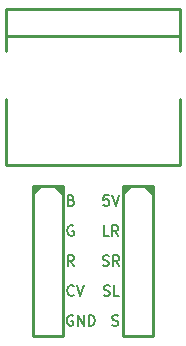
<source format=gto>
%TF.GenerationSoftware,KiCad,Pcbnew,7.0.9*%
%TF.CreationDate,2024-04-07T08:45:40-04:00*%
%TF.ProjectId,MD-90SM-breakout,4d442d39-3053-44d2-9d62-7265616b6f75,0.1*%
%TF.SameCoordinates,PX85b991cPY53920b0*%
%TF.FileFunction,Legend,Top*%
%TF.FilePolarity,Positive*%
%FSLAX45Y45*%
G04 Gerber Fmt 4.5, Leading zero omitted, Abs format (unit mm)*
G04 Created by KiCad (PCBNEW 7.0.9) date 2024-04-07 08:45:40*
%MOMM*%
%LPD*%
G01*
G04 APERTURE LIST*
%ADD10C,0.203200*%
%ADD11C,0.254000*%
G04 APERTURE END LIST*
D10*
X1087967Y-1631380D02*
X1045633Y-1631380D01*
X1045633Y-1631380D02*
X1045633Y-1542480D01*
X1168400Y-1631380D02*
X1138767Y-1589047D01*
X1117600Y-1631380D02*
X1117600Y-1542480D01*
X1117600Y-1542480D02*
X1151467Y-1542480D01*
X1151467Y-1542480D02*
X1159933Y-1546713D01*
X1159933Y-1546713D02*
X1164167Y-1550947D01*
X1164167Y-1550947D02*
X1168400Y-1559413D01*
X1168400Y-1559413D02*
X1168400Y-1572113D01*
X1168400Y-1572113D02*
X1164167Y-1580580D01*
X1164167Y-1580580D02*
X1159933Y-1584813D01*
X1159933Y-1584813D02*
X1151467Y-1589047D01*
X1151467Y-1589047D02*
X1117600Y-1589047D01*
X1035050Y-1881147D02*
X1047750Y-1885380D01*
X1047750Y-1885380D02*
X1068917Y-1885380D01*
X1068917Y-1885380D02*
X1077383Y-1881147D01*
X1077383Y-1881147D02*
X1081617Y-1876913D01*
X1081617Y-1876913D02*
X1085850Y-1868447D01*
X1085850Y-1868447D02*
X1085850Y-1859980D01*
X1085850Y-1859980D02*
X1081617Y-1851513D01*
X1081617Y-1851513D02*
X1077383Y-1847280D01*
X1077383Y-1847280D02*
X1068917Y-1843047D01*
X1068917Y-1843047D02*
X1051983Y-1838813D01*
X1051983Y-1838813D02*
X1043517Y-1834580D01*
X1043517Y-1834580D02*
X1039283Y-1830347D01*
X1039283Y-1830347D02*
X1035050Y-1821880D01*
X1035050Y-1821880D02*
X1035050Y-1813413D01*
X1035050Y-1813413D02*
X1039283Y-1804947D01*
X1039283Y-1804947D02*
X1043517Y-1800713D01*
X1043517Y-1800713D02*
X1051983Y-1796480D01*
X1051983Y-1796480D02*
X1073150Y-1796480D01*
X1073150Y-1796480D02*
X1085850Y-1800713D01*
X1174750Y-1885380D02*
X1145117Y-1843047D01*
X1123950Y-1885380D02*
X1123950Y-1796480D01*
X1123950Y-1796480D02*
X1157817Y-1796480D01*
X1157817Y-1796480D02*
X1166283Y-1800713D01*
X1166283Y-1800713D02*
X1170517Y-1804947D01*
X1170517Y-1804947D02*
X1174750Y-1813413D01*
X1174750Y-1813413D02*
X1174750Y-1826113D01*
X1174750Y-1826113D02*
X1170517Y-1834580D01*
X1170517Y-1834580D02*
X1166283Y-1838813D01*
X1166283Y-1838813D02*
X1157817Y-1843047D01*
X1157817Y-1843047D02*
X1123950Y-1843047D01*
X1043517Y-2135147D02*
X1056217Y-2139380D01*
X1056217Y-2139380D02*
X1077383Y-2139380D01*
X1077383Y-2139380D02*
X1085850Y-2135147D01*
X1085850Y-2135147D02*
X1090083Y-2130914D01*
X1090083Y-2130914D02*
X1094317Y-2122447D01*
X1094317Y-2122447D02*
X1094317Y-2113980D01*
X1094317Y-2113980D02*
X1090083Y-2105514D01*
X1090083Y-2105514D02*
X1085850Y-2101280D01*
X1085850Y-2101280D02*
X1077383Y-2097047D01*
X1077383Y-2097047D02*
X1060450Y-2092813D01*
X1060450Y-2092813D02*
X1051983Y-2088580D01*
X1051983Y-2088580D02*
X1047750Y-2084347D01*
X1047750Y-2084347D02*
X1043517Y-2075880D01*
X1043517Y-2075880D02*
X1043517Y-2067413D01*
X1043517Y-2067413D02*
X1047750Y-2058947D01*
X1047750Y-2058947D02*
X1051983Y-2054713D01*
X1051983Y-2054713D02*
X1060450Y-2050480D01*
X1060450Y-2050480D02*
X1081617Y-2050480D01*
X1081617Y-2050480D02*
X1094317Y-2054713D01*
X1174750Y-2139380D02*
X1132417Y-2139380D01*
X1132417Y-2139380D02*
X1132417Y-2050480D01*
X1117600Y-2389147D02*
X1130300Y-2393380D01*
X1130300Y-2393380D02*
X1151467Y-2393380D01*
X1151467Y-2393380D02*
X1159933Y-2389147D01*
X1159933Y-2389147D02*
X1164167Y-2384914D01*
X1164167Y-2384914D02*
X1168400Y-2376447D01*
X1168400Y-2376447D02*
X1168400Y-2367980D01*
X1168400Y-2367980D02*
X1164167Y-2359514D01*
X1164167Y-2359514D02*
X1159933Y-2355280D01*
X1159933Y-2355280D02*
X1151467Y-2351047D01*
X1151467Y-2351047D02*
X1134533Y-2346814D01*
X1134533Y-2346814D02*
X1126067Y-2342580D01*
X1126067Y-2342580D02*
X1121833Y-2338347D01*
X1121833Y-2338347D02*
X1117600Y-2329880D01*
X1117600Y-2329880D02*
X1117600Y-2321414D01*
X1117600Y-2321414D02*
X1121833Y-2312947D01*
X1121833Y-2312947D02*
X1126067Y-2308714D01*
X1126067Y-2308714D02*
X1134533Y-2304480D01*
X1134533Y-2304480D02*
X1155700Y-2304480D01*
X1155700Y-2304480D02*
X1168400Y-2308714D01*
X789517Y-2130914D02*
X785283Y-2135147D01*
X785283Y-2135147D02*
X772583Y-2139380D01*
X772583Y-2139380D02*
X764117Y-2139380D01*
X764117Y-2139380D02*
X751417Y-2135147D01*
X751417Y-2135147D02*
X742950Y-2126680D01*
X742950Y-2126680D02*
X738717Y-2118214D01*
X738717Y-2118214D02*
X734483Y-2101280D01*
X734483Y-2101280D02*
X734483Y-2088580D01*
X734483Y-2088580D02*
X738717Y-2071647D01*
X738717Y-2071647D02*
X742950Y-2063180D01*
X742950Y-2063180D02*
X751417Y-2054713D01*
X751417Y-2054713D02*
X764117Y-2050480D01*
X764117Y-2050480D02*
X772583Y-2050480D01*
X772583Y-2050480D02*
X785283Y-2054713D01*
X785283Y-2054713D02*
X789517Y-2058947D01*
X814917Y-2050480D02*
X844550Y-2139380D01*
X844550Y-2139380D02*
X874183Y-2050480D01*
X789517Y-1885380D02*
X759883Y-1843047D01*
X738717Y-1885380D02*
X738717Y-1796480D01*
X738717Y-1796480D02*
X772583Y-1796480D01*
X772583Y-1796480D02*
X781050Y-1800713D01*
X781050Y-1800713D02*
X785283Y-1804947D01*
X785283Y-1804947D02*
X789517Y-1813413D01*
X789517Y-1813413D02*
X789517Y-1826113D01*
X789517Y-1826113D02*
X785283Y-1834580D01*
X785283Y-1834580D02*
X781050Y-1838813D01*
X781050Y-1838813D02*
X772583Y-1843047D01*
X772583Y-1843047D02*
X738717Y-1843047D01*
X785283Y-1546713D02*
X776817Y-1542480D01*
X776817Y-1542480D02*
X764117Y-1542480D01*
X764117Y-1542480D02*
X751417Y-1546713D01*
X751417Y-1546713D02*
X742950Y-1555180D01*
X742950Y-1555180D02*
X738717Y-1563647D01*
X738717Y-1563647D02*
X734483Y-1580580D01*
X734483Y-1580580D02*
X734483Y-1593280D01*
X734483Y-1593280D02*
X738717Y-1610213D01*
X738717Y-1610213D02*
X742950Y-1618680D01*
X742950Y-1618680D02*
X751417Y-1627147D01*
X751417Y-1627147D02*
X764117Y-1631380D01*
X764117Y-1631380D02*
X772583Y-1631380D01*
X772583Y-1631380D02*
X785283Y-1627147D01*
X785283Y-1627147D02*
X789517Y-1622913D01*
X789517Y-1622913D02*
X789517Y-1593280D01*
X789517Y-1593280D02*
X772583Y-1593280D01*
X768350Y-1330814D02*
X781050Y-1335047D01*
X781050Y-1335047D02*
X785283Y-1339280D01*
X785283Y-1339280D02*
X789517Y-1347747D01*
X789517Y-1347747D02*
X789517Y-1360447D01*
X789517Y-1360447D02*
X785283Y-1368914D01*
X785283Y-1368914D02*
X781050Y-1373147D01*
X781050Y-1373147D02*
X772583Y-1377380D01*
X772583Y-1377380D02*
X738717Y-1377380D01*
X738717Y-1377380D02*
X738717Y-1288480D01*
X738717Y-1288480D02*
X768350Y-1288480D01*
X768350Y-1288480D02*
X776817Y-1292714D01*
X776817Y-1292714D02*
X781050Y-1296947D01*
X781050Y-1296947D02*
X785283Y-1305414D01*
X785283Y-1305414D02*
X785283Y-1313880D01*
X785283Y-1313880D02*
X781050Y-1322347D01*
X781050Y-1322347D02*
X776817Y-1326580D01*
X776817Y-1326580D02*
X768350Y-1330814D01*
X768350Y-1330814D02*
X738717Y-1330814D01*
X783167Y-2308714D02*
X774700Y-2304480D01*
X774700Y-2304480D02*
X762000Y-2304480D01*
X762000Y-2304480D02*
X749300Y-2308714D01*
X749300Y-2308714D02*
X740833Y-2317180D01*
X740833Y-2317180D02*
X736600Y-2325647D01*
X736600Y-2325647D02*
X732367Y-2342580D01*
X732367Y-2342580D02*
X732367Y-2355280D01*
X732367Y-2355280D02*
X736600Y-2372214D01*
X736600Y-2372214D02*
X740833Y-2380680D01*
X740833Y-2380680D02*
X749300Y-2389147D01*
X749300Y-2389147D02*
X762000Y-2393380D01*
X762000Y-2393380D02*
X770467Y-2393380D01*
X770467Y-2393380D02*
X783167Y-2389147D01*
X783167Y-2389147D02*
X787400Y-2384914D01*
X787400Y-2384914D02*
X787400Y-2355280D01*
X787400Y-2355280D02*
X770467Y-2355280D01*
X825500Y-2393380D02*
X825500Y-2304480D01*
X825500Y-2304480D02*
X876300Y-2393380D01*
X876300Y-2393380D02*
X876300Y-2304480D01*
X918633Y-2393380D02*
X918633Y-2304480D01*
X918633Y-2304480D02*
X939800Y-2304480D01*
X939800Y-2304480D02*
X952500Y-2308714D01*
X952500Y-2308714D02*
X960967Y-2317180D01*
X960967Y-2317180D02*
X965200Y-2325647D01*
X965200Y-2325647D02*
X969433Y-2342580D01*
X969433Y-2342580D02*
X969433Y-2355280D01*
X969433Y-2355280D02*
X965200Y-2372214D01*
X965200Y-2372214D02*
X960967Y-2380680D01*
X960967Y-2380680D02*
X952500Y-2389147D01*
X952500Y-2389147D02*
X939800Y-2393380D01*
X939800Y-2393380D02*
X918633Y-2393380D01*
X1087967Y-1288480D02*
X1045633Y-1288480D01*
X1045633Y-1288480D02*
X1041400Y-1330814D01*
X1041400Y-1330814D02*
X1045633Y-1326580D01*
X1045633Y-1326580D02*
X1054100Y-1322347D01*
X1054100Y-1322347D02*
X1075267Y-1322347D01*
X1075267Y-1322347D02*
X1083733Y-1326580D01*
X1083733Y-1326580D02*
X1087967Y-1330814D01*
X1087967Y-1330814D02*
X1092200Y-1339280D01*
X1092200Y-1339280D02*
X1092200Y-1360447D01*
X1092200Y-1360447D02*
X1087967Y-1368914D01*
X1087967Y-1368914D02*
X1083733Y-1373147D01*
X1083733Y-1373147D02*
X1075267Y-1377380D01*
X1075267Y-1377380D02*
X1054100Y-1377380D01*
X1054100Y-1377380D02*
X1045633Y-1373147D01*
X1045633Y-1373147D02*
X1041400Y-1368914D01*
X1117600Y-1288480D02*
X1147233Y-1377380D01*
X1147233Y-1377380D02*
X1176867Y-1288480D01*
D11*
%TO.C,CON103*%
X1206500Y-1210310D02*
X1206500Y-1972310D01*
X1206500Y-1210310D02*
X1231900Y-1235710D01*
X1206500Y-1273810D02*
X1270000Y-1210310D01*
X1206500Y-1972310D02*
X1206500Y-2480310D01*
X1206500Y-2480310D02*
X1460500Y-2480310D01*
X1397000Y-1210310D02*
X1460500Y-1273810D01*
X1460500Y-1210310D02*
X1206500Y-1210310D01*
X1460500Y-1210310D02*
X1435100Y-1235710D01*
X1460500Y-1972310D02*
X1460500Y-1210310D01*
X1460500Y-2480310D02*
X1460500Y-1972310D01*
%TO.C,CON102*%
X444500Y-1210310D02*
X444500Y-1972310D01*
X444500Y-1210310D02*
X469900Y-1235710D01*
X444500Y-1273810D02*
X508000Y-1210310D01*
X444500Y-1972310D02*
X444500Y-2480310D01*
X444500Y-2480310D02*
X698500Y-2480310D01*
X635000Y-1210310D02*
X698500Y-1273810D01*
X698500Y-1210310D02*
X444500Y-1210310D01*
X698500Y-1210310D02*
X673100Y-1235710D01*
X698500Y-1972310D02*
X698500Y-1210310D01*
X698500Y-2480310D02*
X698500Y-1972310D01*
%TO.C,CON101*%
X215900Y288290D02*
X1689100Y288290D01*
X215900Y59690D02*
X215900Y288290D01*
X215900Y59690D02*
X1689100Y59690D01*
X215900Y-67310D02*
X215900Y59690D01*
X215900Y-1032510D02*
X215900Y-473710D01*
X215900Y-1032510D02*
X1689100Y-1032510D01*
X1689100Y288290D02*
X1689100Y59690D01*
X1689100Y59690D02*
X1689100Y-67310D01*
X1689100Y-1032510D02*
X1689100Y-473710D01*
%TD*%
M02*

</source>
